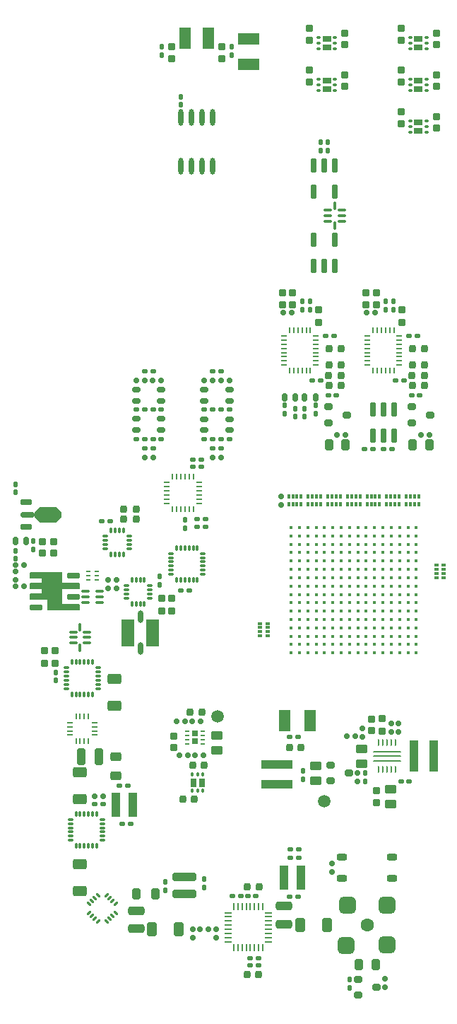
<source format=gtp>
G04*
G04 #@! TF.GenerationSoftware,Altium Limited,Altium Designer,21.7.2 (23)*
G04*
G04 Layer_Color=8421504*
%FSLAX43Y43*%
%MOMM*%
G71*
G04*
G04 #@! TF.SameCoordinates,9207B031-9538-4005-B85C-AF880B68FBDC*
G04*
G04*
G04 #@! TF.FilePolarity,Positive*
G04*
G01*
G75*
%ADD17R,0.800X0.700*%
%ADD18R,0.800X1.000*%
%ADD19R,1.000X0.800*%
G04:AMPARAMS|DCode=20|XSize=0.5mm|YSize=0.6mm|CornerRadius=0.125mm|HoleSize=0mm|Usage=FLASHONLY|Rotation=0.000|XOffset=0mm|YOffset=0mm|HoleType=Round|Shape=RoundedRectangle|*
%AMROUNDEDRECTD20*
21,1,0.500,0.350,0,0,0.0*
21,1,0.250,0.600,0,0,0.0*
1,1,0.250,0.125,-0.175*
1,1,0.250,-0.125,-0.175*
1,1,0.250,-0.125,0.175*
1,1,0.250,0.125,0.175*
%
%ADD20ROUNDEDRECTD20*%
G04:AMPARAMS|DCode=21|XSize=0.5mm|YSize=0.6mm|CornerRadius=0.125mm|HoleSize=0mm|Usage=FLASHONLY|Rotation=90.000|XOffset=0mm|YOffset=0mm|HoleType=Round|Shape=RoundedRectangle|*
%AMROUNDEDRECTD21*
21,1,0.500,0.350,0,0,90.0*
21,1,0.250,0.600,0,0,90.0*
1,1,0.250,0.175,0.125*
1,1,0.250,0.175,-0.125*
1,1,0.250,-0.175,-0.125*
1,1,0.250,-0.175,0.125*
%
%ADD21ROUNDEDRECTD21*%
%ADD22O,0.800X0.250*%
%ADD23O,0.250X0.800*%
%ADD24C,0.450*%
G04:AMPARAMS|DCode=25|XSize=0.25mm|YSize=0.8mm|CornerRadius=0.063mm|HoleSize=0mm|Usage=FLASHONLY|Rotation=0.000|XOffset=0mm|YOffset=0mm|HoleType=Round|Shape=RoundedRectangle|*
%AMROUNDEDRECTD25*
21,1,0.250,0.675,0,0,0.0*
21,1,0.125,0.800,0,0,0.0*
1,1,0.125,0.063,-0.338*
1,1,0.125,-0.063,-0.338*
1,1,0.125,-0.063,0.338*
1,1,0.125,0.063,0.338*
%
%ADD25ROUNDEDRECTD25*%
G04:AMPARAMS|DCode=26|XSize=0.25mm|YSize=3.4mm|CornerRadius=0.063mm|HoleSize=0mm|Usage=FLASHONLY|Rotation=90.000|XOffset=0mm|YOffset=0mm|HoleType=Round|Shape=RoundedRectangle|*
%AMROUNDEDRECTD26*
21,1,0.250,3.275,0,0,90.0*
21,1,0.125,3.400,0,0,90.0*
1,1,0.125,1.638,0.063*
1,1,0.125,1.638,-0.063*
1,1,0.125,-1.638,-0.063*
1,1,0.125,-1.638,0.063*
%
%ADD26ROUNDEDRECTD26*%
G04:AMPARAMS|DCode=27|XSize=0.61mm|YSize=0.6mm|CornerRadius=0.15mm|HoleSize=0mm|Usage=FLASHONLY|Rotation=180.000|XOffset=0mm|YOffset=0mm|HoleType=Round|Shape=RoundedRectangle|*
%AMROUNDEDRECTD27*
21,1,0.610,0.300,0,0,180.0*
21,1,0.310,0.600,0,0,180.0*
1,1,0.300,-0.155,0.150*
1,1,0.300,0.155,0.150*
1,1,0.300,0.155,-0.150*
1,1,0.300,-0.155,-0.150*
%
%ADD27ROUNDEDRECTD27*%
G04:AMPARAMS|DCode=28|XSize=0.8mm|YSize=1mm|CornerRadius=0.2mm|HoleSize=0mm|Usage=FLASHONLY|Rotation=90.000|XOffset=0mm|YOffset=0mm|HoleType=Round|Shape=RoundedRectangle|*
%AMROUNDEDRECTD28*
21,1,0.800,0.600,0,0,90.0*
21,1,0.400,1.000,0,0,90.0*
1,1,0.400,0.300,0.200*
1,1,0.400,0.300,-0.200*
1,1,0.400,-0.300,-0.200*
1,1,0.400,-0.300,0.200*
%
%ADD28ROUNDEDRECTD28*%
G04:AMPARAMS|DCode=29|XSize=0.61mm|YSize=0.6mm|CornerRadius=0.15mm|HoleSize=0mm|Usage=FLASHONLY|Rotation=90.000|XOffset=0mm|YOffset=0mm|HoleType=Round|Shape=RoundedRectangle|*
%AMROUNDEDRECTD29*
21,1,0.610,0.300,0,0,90.0*
21,1,0.310,0.600,0,0,90.0*
1,1,0.300,0.150,0.155*
1,1,0.300,0.150,-0.155*
1,1,0.300,-0.150,-0.155*
1,1,0.300,-0.150,0.155*
%
%ADD29ROUNDEDRECTD29*%
G04:AMPARAMS|DCode=30|XSize=0.9mm|YSize=0.8mm|CornerRadius=0.2mm|HoleSize=0mm|Usage=FLASHONLY|Rotation=90.000|XOffset=0mm|YOffset=0mm|HoleType=Round|Shape=RoundedRectangle|*
%AMROUNDEDRECTD30*
21,1,0.900,0.400,0,0,90.0*
21,1,0.500,0.800,0,0,90.0*
1,1,0.400,0.200,0.250*
1,1,0.400,0.200,-0.250*
1,1,0.400,-0.200,-0.250*
1,1,0.400,-0.200,0.250*
%
%ADD30ROUNDEDRECTD30*%
G04:AMPARAMS|DCode=31|XSize=0.9mm|YSize=0.8mm|CornerRadius=0.2mm|HoleSize=0mm|Usage=FLASHONLY|Rotation=0.000|XOffset=0mm|YOffset=0mm|HoleType=Round|Shape=RoundedRectangle|*
%AMROUNDEDRECTD31*
21,1,0.900,0.400,0,0,0.0*
21,1,0.500,0.800,0,0,0.0*
1,1,0.400,0.250,-0.200*
1,1,0.400,-0.250,-0.200*
1,1,0.400,-0.250,0.200*
1,1,0.400,0.250,0.200*
%
%ADD31ROUNDEDRECTD31*%
%ADD32O,0.700X0.250*%
%ADD33O,0.250X0.700*%
G04:AMPARAMS|DCode=34|XSize=1.05mm|YSize=1.3mm|CornerRadius=0.263mm|HoleSize=0mm|Usage=FLASHONLY|Rotation=180.000|XOffset=0mm|YOffset=0mm|HoleType=Round|Shape=RoundedRectangle|*
%AMROUNDEDRECTD34*
21,1,1.050,0.775,0,0,180.0*
21,1,0.525,1.300,0,0,180.0*
1,1,0.525,-0.263,0.388*
1,1,0.525,0.263,0.388*
1,1,0.525,0.263,-0.388*
1,1,0.525,-0.263,-0.388*
%
%ADD34ROUNDEDRECTD34*%
G04:AMPARAMS|DCode=35|XSize=0.76mm|YSize=1.65mm|CornerRadius=0.19mm|HoleSize=0mm|Usage=FLASHONLY|Rotation=0.000|XOffset=0mm|YOffset=0mm|HoleType=Round|Shape=RoundedRectangle|*
%AMROUNDEDRECTD35*
21,1,0.760,1.270,0,0,0.0*
21,1,0.380,1.650,0,0,0.0*
1,1,0.380,0.190,-0.635*
1,1,0.380,-0.190,-0.635*
1,1,0.380,-0.190,0.635*
1,1,0.380,0.190,0.635*
%
%ADD35ROUNDEDRECTD35*%
G04:AMPARAMS|DCode=36|XSize=0.8mm|YSize=1.2mm|CornerRadius=0.2mm|HoleSize=0mm|Usage=FLASHONLY|Rotation=270.000|XOffset=0mm|YOffset=0mm|HoleType=Round|Shape=RoundedRectangle|*
%AMROUNDEDRECTD36*
21,1,0.800,0.800,0,0,270.0*
21,1,0.400,1.200,0,0,270.0*
1,1,0.400,-0.400,-0.200*
1,1,0.400,-0.400,0.200*
1,1,0.400,0.400,0.200*
1,1,0.400,0.400,-0.200*
%
%ADD36ROUNDEDRECTD36*%
G04:AMPARAMS|DCode=37|XSize=1.4mm|YSize=1.1mm|CornerRadius=0.275mm|HoleSize=0mm|Usage=FLASHONLY|Rotation=0.000|XOffset=0mm|YOffset=0mm|HoleType=Round|Shape=RoundedRectangle|*
%AMROUNDEDRECTD37*
21,1,1.400,0.550,0,0,0.0*
21,1,0.850,1.100,0,0,0.0*
1,1,0.550,0.425,-0.275*
1,1,0.550,-0.425,-0.275*
1,1,0.550,-0.425,0.275*
1,1,0.550,0.425,0.275*
%
%ADD37ROUNDEDRECTD37*%
%ADD38R,0.980X3.700*%
%ADD39R,3.700X0.980*%
%ADD40R,1.400X2.600*%
G04:AMPARAMS|DCode=41|XSize=0.64mm|YSize=1.02mm|CornerRadius=0.16mm|HoleSize=0mm|Usage=FLASHONLY|Rotation=0.000|XOffset=0mm|YOffset=0mm|HoleType=Round|Shape=RoundedRectangle|*
%AMROUNDEDRECTD41*
21,1,0.640,0.700,0,0,0.0*
21,1,0.320,1.020,0,0,0.0*
1,1,0.320,0.160,-0.350*
1,1,0.320,-0.160,-0.350*
1,1,0.320,-0.160,0.350*
1,1,0.320,0.160,0.350*
%
%ADD41ROUNDEDRECTD41*%
G04:AMPARAMS|DCode=42|XSize=0.375mm|YSize=0.55mm|CornerRadius=0.094mm|HoleSize=0mm|Usage=FLASHONLY|Rotation=90.000|XOffset=0mm|YOffset=0mm|HoleType=Round|Shape=RoundedRectangle|*
%AMROUNDEDRECTD42*
21,1,0.375,0.363,0,0,90.0*
21,1,0.188,0.550,0,0,90.0*
1,1,0.188,0.181,0.094*
1,1,0.188,0.181,-0.094*
1,1,0.188,-0.181,-0.094*
1,1,0.188,-0.181,0.094*
%
%ADD42ROUNDEDRECTD42*%
G04:AMPARAMS|DCode=43|XSize=0.375mm|YSize=0.55mm|CornerRadius=0.094mm|HoleSize=0mm|Usage=FLASHONLY|Rotation=0.000|XOffset=0mm|YOffset=0mm|HoleType=Round|Shape=RoundedRectangle|*
%AMROUNDEDRECTD43*
21,1,0.375,0.363,0,0,0.0*
21,1,0.188,0.550,0,0,0.0*
1,1,0.188,0.094,-0.181*
1,1,0.188,-0.094,-0.181*
1,1,0.188,-0.094,0.181*
1,1,0.188,0.094,0.181*
%
%ADD43ROUNDEDRECTD43*%
%ADD44R,0.375X0.550*%
G04:AMPARAMS|DCode=45|XSize=0.64mm|YSize=1.02mm|CornerRadius=0.16mm|HoleSize=0mm|Usage=FLASHONLY|Rotation=270.000|XOffset=0mm|YOffset=0mm|HoleType=Round|Shape=RoundedRectangle|*
%AMROUNDEDRECTD45*
21,1,0.640,0.700,0,0,270.0*
21,1,0.320,1.020,0,0,270.0*
1,1,0.320,-0.350,-0.160*
1,1,0.320,-0.350,0.160*
1,1,0.320,0.350,0.160*
1,1,0.320,0.350,-0.160*
%
%ADD45ROUNDEDRECTD45*%
G04:AMPARAMS|DCode=46|XSize=0.6mm|YSize=1.7mm|CornerRadius=0.15mm|HoleSize=0mm|Usage=FLASHONLY|Rotation=90.000|XOffset=0mm|YOffset=0mm|HoleType=Round|Shape=RoundedRectangle|*
%AMROUNDEDRECTD46*
21,1,0.600,1.400,0,0,90.0*
21,1,0.300,1.700,0,0,90.0*
1,1,0.300,0.700,0.150*
1,1,0.300,0.700,-0.150*
1,1,0.300,-0.700,-0.150*
1,1,0.300,-0.700,0.150*
%
%ADD46ROUNDEDRECTD46*%
G04:AMPARAMS|DCode=47|XSize=0.6mm|YSize=1.4mm|CornerRadius=0.15mm|HoleSize=0mm|Usage=FLASHONLY|Rotation=90.000|XOffset=0mm|YOffset=0mm|HoleType=Round|Shape=RoundedRectangle|*
%AMROUNDEDRECTD47*
21,1,0.600,1.100,0,0,90.0*
21,1,0.300,1.400,0,0,90.0*
1,1,0.300,0.550,0.150*
1,1,0.300,0.550,-0.150*
1,1,0.300,-0.550,-0.150*
1,1,0.300,-0.550,0.150*
%
%ADD47ROUNDEDRECTD47*%
%ADD48R,1.520X0.760*%
G04:AMPARAMS|DCode=49|XSize=0.76mm|YSize=1.52mm|CornerRadius=0.19mm|HoleSize=0mm|Usage=FLASHONLY|Rotation=270.000|XOffset=0mm|YOffset=0mm|HoleType=Round|Shape=RoundedRectangle|*
%AMROUNDEDRECTD49*
21,1,0.760,1.140,0,0,270.0*
21,1,0.380,1.520,0,0,270.0*
1,1,0.380,-0.570,-0.190*
1,1,0.380,-0.570,0.190*
1,1,0.380,0.570,0.190*
1,1,0.380,0.570,-0.190*
%
%ADD49ROUNDEDRECTD49*%
%ADD50O,0.700X0.300*%
%ADD51O,0.300X0.700*%
%ADD52O,0.700X1.500*%
%ADD53R,1.500X3.250*%
G04:AMPARAMS|DCode=54|XSize=0.25mm|YSize=0.56mm|CornerRadius=0.063mm|HoleSize=0mm|Usage=FLASHONLY|Rotation=270.000|XOffset=0mm|YOffset=0mm|HoleType=Round|Shape=RoundedRectangle|*
%AMROUNDEDRECTD54*
21,1,0.250,0.435,0,0,270.0*
21,1,0.125,0.560,0,0,270.0*
1,1,0.125,-0.217,-0.063*
1,1,0.125,-0.217,0.063*
1,1,0.125,0.217,0.063*
1,1,0.125,0.217,-0.063*
%
%ADD54ROUNDEDRECTD54*%
%ADD55O,0.360X0.990*%
%ADD56O,0.990X0.360*%
G04:AMPARAMS|DCode=57|XSize=1.25mm|YSize=1.7mm|CornerRadius=0.313mm|HoleSize=0mm|Usage=FLASHONLY|Rotation=90.000|XOffset=0mm|YOffset=0mm|HoleType=Round|Shape=RoundedRectangle|*
%AMROUNDEDRECTD57*
21,1,1.250,1.075,0,0,90.0*
21,1,0.625,1.700,0,0,90.0*
1,1,0.625,0.538,0.313*
1,1,0.625,0.538,-0.313*
1,1,0.625,-0.538,-0.313*
1,1,0.625,-0.538,0.313*
%
%ADD57ROUNDEDRECTD57*%
%ADD58O,0.250X0.750*%
%ADD59O,0.750X0.250*%
G04:AMPARAMS|DCode=60|XSize=1.02mm|YSize=1.98mm|CornerRadius=0.255mm|HoleSize=0mm|Usage=FLASHONLY|Rotation=0.000|XOffset=0mm|YOffset=0mm|HoleType=Round|Shape=RoundedRectangle|*
%AMROUNDEDRECTD60*
21,1,1.020,1.470,0,0,0.0*
21,1,0.510,1.980,0,0,0.0*
1,1,0.510,0.255,-0.735*
1,1,0.510,-0.255,-0.735*
1,1,0.510,-0.255,0.735*
1,1,0.510,0.255,0.735*
%
%ADD60ROUNDEDRECTD60*%
G04:AMPARAMS|DCode=61|XSize=1.05mm|YSize=1.3mm|CornerRadius=0.263mm|HoleSize=0mm|Usage=FLASHONLY|Rotation=270.000|XOffset=0mm|YOffset=0mm|HoleType=Round|Shape=RoundedRectangle|*
%AMROUNDEDRECTD61*
21,1,1.050,0.775,0,0,270.0*
21,1,0.525,1.300,0,0,270.0*
1,1,0.525,-0.388,-0.263*
1,1,0.525,-0.388,0.263*
1,1,0.525,0.388,0.263*
1,1,0.525,0.388,-0.263*
%
%ADD61ROUNDEDRECTD61*%
G04:AMPARAMS|DCode=62|XSize=0.25mm|YSize=0.75mm|CornerRadius=0mm|HoleSize=0mm|Usage=FLASHONLY|Rotation=45.000|XOffset=0mm|YOffset=0mm|HoleType=Round|Shape=Round|*
%AMOVALD62*
21,1,0.500,0.250,0.000,0.000,135.0*
1,1,0.250,0.177,-0.177*
1,1,0.250,-0.177,0.177*
%
%ADD62OVALD62*%

G04:AMPARAMS|DCode=63|XSize=0.25mm|YSize=0.75mm|CornerRadius=0mm|HoleSize=0mm|Usage=FLASHONLY|Rotation=315.000|XOffset=0mm|YOffset=0mm|HoleType=Round|Shape=Round|*
%AMOVALD63*
21,1,0.500,0.250,0.000,0.000,45.0*
1,1,0.250,-0.177,-0.177*
1,1,0.250,0.177,0.177*
%
%ADD63OVALD63*%

G04:AMPARAMS|DCode=64|XSize=1.02mm|YSize=1.98mm|CornerRadius=0.255mm|HoleSize=0mm|Usage=FLASHONLY|Rotation=90.000|XOffset=0mm|YOffset=0mm|HoleType=Round|Shape=RoundedRectangle|*
%AMROUNDEDRECTD64*
21,1,1.020,1.470,0,0,90.0*
21,1,0.510,1.980,0,0,90.0*
1,1,0.510,0.735,0.255*
1,1,0.510,0.735,-0.255*
1,1,0.510,-0.735,-0.255*
1,1,0.510,-0.735,0.255*
%
%ADD64ROUNDEDRECTD64*%
G04:AMPARAMS|DCode=65|XSize=1.25mm|YSize=1.7mm|CornerRadius=0.313mm|HoleSize=0mm|Usage=FLASHONLY|Rotation=180.000|XOffset=0mm|YOffset=0mm|HoleType=Round|Shape=RoundedRectangle|*
%AMROUNDEDRECTD65*
21,1,1.250,1.075,0,0,180.0*
21,1,0.625,1.700,0,0,180.0*
1,1,0.625,-0.313,0.538*
1,1,0.625,0.313,0.538*
1,1,0.625,0.313,-0.538*
1,1,0.625,-0.313,-0.538*
%
%ADD65ROUNDEDRECTD65*%
G04:AMPARAMS|DCode=66|XSize=1mm|YSize=2.9mm|CornerRadius=0.25mm|HoleSize=0mm|Usage=FLASHONLY|Rotation=270.000|XOffset=0mm|YOffset=0mm|HoleType=Round|Shape=RoundedRectangle|*
%AMROUNDEDRECTD66*
21,1,1.000,2.400,0,0,270.0*
21,1,0.500,2.900,0,0,270.0*
1,1,0.500,-1.200,-0.250*
1,1,0.500,-1.200,0.250*
1,1,0.500,1.200,0.250*
1,1,0.500,1.200,-0.250*
%
%ADD66ROUNDEDRECTD66*%
%ADD67O,0.900X0.250*%
%ADD68O,0.250X0.900*%
%ADD69C,1.500*%
G04:AMPARAMS|DCode=70|XSize=2mm|YSize=2mm|CornerRadius=0.5mm|HoleSize=0mm|Usage=FLASHONLY|Rotation=180.000|XOffset=0mm|YOffset=0mm|HoleType=Round|Shape=RoundedRectangle|*
%AMROUNDEDRECTD70*
21,1,2.000,1.000,0,0,180.0*
21,1,1.000,2.000,0,0,180.0*
1,1,1.000,-0.500,0.500*
1,1,1.000,0.500,0.500*
1,1,1.000,0.500,-0.500*
1,1,1.000,-0.500,-0.500*
%
%ADD70ROUNDEDRECTD70*%
%ADD71C,1.600*%
%ADD72R,1.000X2.900*%
G04:AMPARAMS|DCode=73|XSize=0.5mm|YSize=0.25mm|CornerRadius=0.031mm|HoleSize=0mm|Usage=FLASHONLY|Rotation=180.000|XOffset=0mm|YOffset=0mm|HoleType=Round|Shape=RoundedRectangle|*
%AMROUNDEDRECTD73*
21,1,0.500,0.188,0,0,180.0*
21,1,0.438,0.250,0,0,180.0*
1,1,0.063,-0.219,0.094*
1,1,0.063,0.219,0.094*
1,1,0.063,0.219,-0.094*
1,1,0.063,-0.219,-0.094*
%
%ADD73ROUNDEDRECTD73*%
G04:AMPARAMS|DCode=74|XSize=0.45mm|YSize=0.3mm|CornerRadius=0.038mm|HoleSize=0mm|Usage=FLASHONLY|Rotation=270.000|XOffset=0mm|YOffset=0mm|HoleType=Round|Shape=RoundedRectangle|*
%AMROUNDEDRECTD74*
21,1,0.450,0.225,0,0,270.0*
21,1,0.375,0.300,0,0,270.0*
1,1,0.075,-0.113,-0.188*
1,1,0.075,-0.113,0.188*
1,1,0.075,0.113,0.188*
1,1,0.075,0.113,-0.188*
%
%ADD74ROUNDEDRECTD74*%
G04:AMPARAMS|DCode=75|XSize=0.36mm|YSize=0.99mm|CornerRadius=0.09mm|HoleSize=0mm|Usage=FLASHONLY|Rotation=270.000|XOffset=0mm|YOffset=0mm|HoleType=Round|Shape=RoundedRectangle|*
%AMROUNDEDRECTD75*
21,1,0.360,0.810,0,0,270.0*
21,1,0.180,0.990,0,0,270.0*
1,1,0.180,-0.405,-0.090*
1,1,0.180,-0.405,0.090*
1,1,0.180,0.405,0.090*
1,1,0.180,0.405,-0.090*
%
%ADD75ROUNDEDRECTD75*%
%ADD76O,0.600X2.000*%
G04:AMPARAMS|DCode=77|XSize=0.45mm|YSize=0.3mm|CornerRadius=0.038mm|HoleSize=0mm|Usage=FLASHONLY|Rotation=180.000|XOffset=0mm|YOffset=0mm|HoleType=Round|Shape=RoundedRectangle|*
%AMROUNDEDRECTD77*
21,1,0.450,0.225,0,0,180.0*
21,1,0.375,0.300,0,0,180.0*
1,1,0.075,-0.188,0.113*
1,1,0.075,0.188,0.113*
1,1,0.075,0.188,-0.113*
1,1,0.075,-0.188,-0.113*
%
%ADD77ROUNDEDRECTD77*%
%ADD78R,2.600X1.400*%
G36*
X138789Y105366D02*
X140821D01*
Y104604D01*
X138789D01*
Y102826D01*
X140821D01*
Y102064D01*
X137011D01*
Y103334D01*
X134979D01*
Y104096D01*
X136376D01*
Y104604D01*
X134979D01*
Y105366D01*
X136376D01*
Y105874D01*
X134979D01*
Y106636D01*
X138789D01*
Y105366D01*
D02*
G37*
G36*
X138061Y114500D02*
X138711Y113850D01*
Y113250D01*
X138061Y112600D01*
X136161D01*
X135511Y113250D01*
Y113850D01*
X136161Y114500D01*
X138061Y114500D01*
D02*
G37*
D17*
X154725Y87325D02*
D03*
X154725Y86425D02*
D03*
D18*
X154525Y81475D02*
D03*
X155525Y81475D02*
D03*
D19*
X170500Y165500D02*
D03*
X170500Y164500D02*
D03*
X170500Y170500D02*
D03*
X170500Y169500D02*
D03*
X181500Y169500D02*
D03*
X181500Y170500D02*
D03*
X181500Y165500D02*
D03*
X181500Y164500D02*
D03*
X181500Y160500D02*
D03*
X181500Y159500D02*
D03*
D20*
X153500Y111925D02*
D03*
Y112925D02*
D03*
X168500Y139100D02*
D03*
Y138100D02*
D03*
X167550Y139100D02*
D03*
Y138100D02*
D03*
X178500D02*
D03*
Y139100D02*
D03*
X175075Y81625D02*
D03*
Y82625D02*
D03*
X167700Y82900D02*
D03*
Y81900D02*
D03*
X177550Y138100D02*
D03*
Y139100D02*
D03*
X169150Y126675D02*
D03*
Y125675D02*
D03*
X165450D02*
D03*
Y126675D02*
D03*
X167849Y126262D02*
D03*
Y125262D02*
D03*
X166749D02*
D03*
Y126262D02*
D03*
X133200Y108250D02*
D03*
Y109250D02*
D03*
X133200Y116200D02*
D03*
Y117200D02*
D03*
X135331Y110354D02*
D03*
Y109354D02*
D03*
X150450Y105175D02*
D03*
Y106175D02*
D03*
X138000Y93675D02*
D03*
Y94675D02*
D03*
X151175Y68550D02*
D03*
Y69550D02*
D03*
X155775Y69925D02*
D03*
Y68925D02*
D03*
X173250Y56925D02*
D03*
Y57925D02*
D03*
X153000Y163600D02*
D03*
Y162600D02*
D03*
X159100Y168550D02*
D03*
Y169550D02*
D03*
X150700D02*
D03*
Y168550D02*
D03*
X169759Y157125D02*
D03*
Y158125D02*
D03*
X170609Y157125D02*
D03*
Y158125D02*
D03*
D21*
X154450Y119300D02*
D03*
X155450D02*
D03*
X154450Y120100D02*
D03*
X155450D02*
D03*
X154950Y113000D02*
D03*
X155950D02*
D03*
X154950Y112100D02*
D03*
X155950D02*
D03*
X170675Y127825D02*
D03*
X171675D02*
D03*
X171350Y134950D02*
D03*
X170350D02*
D03*
X169750Y129600D02*
D03*
X168750D02*
D03*
X181350Y134950D02*
D03*
X180350D02*
D03*
X178750Y129600D02*
D03*
X179750D02*
D03*
X179400Y81625D02*
D03*
X180400D02*
D03*
X167050Y86900D02*
D03*
X166050D02*
D03*
X181675Y127825D02*
D03*
X180675D02*
D03*
X177300Y121375D02*
D03*
X178300D02*
D03*
X157825Y130750D02*
D03*
X156825D02*
D03*
X157825Y126100D02*
D03*
X158825D02*
D03*
X156825D02*
D03*
X155825D02*
D03*
X158825Y122581D02*
D03*
X157825D02*
D03*
X155825D02*
D03*
X156825D02*
D03*
X157825Y121466D02*
D03*
X156825D02*
D03*
X149675Y130750D02*
D03*
X148675D02*
D03*
X149675Y126100D02*
D03*
X150675D02*
D03*
X148675D02*
D03*
X147675D02*
D03*
X148675Y121500D02*
D03*
X149675D02*
D03*
X147675Y122600D02*
D03*
X148675D02*
D03*
X149675D02*
D03*
X150675D02*
D03*
X144525Y112750D02*
D03*
X143525D02*
D03*
X153000Y104500D02*
D03*
X154000D02*
D03*
X143700Y78905D02*
D03*
X142700D02*
D03*
X162025Y67925D02*
D03*
X161025D02*
D03*
X160175D02*
D03*
X159175D02*
D03*
X166150Y73475D02*
D03*
X167150D02*
D03*
X167050Y67800D02*
D03*
X166050D02*
D03*
X146650Y81100D02*
D03*
X145650D02*
D03*
X147000Y76500D02*
D03*
X146000D02*
D03*
X161350Y60450D02*
D03*
X162350D02*
D03*
Y59575D02*
D03*
X161350D02*
D03*
X166150Y72425D02*
D03*
X167150D02*
D03*
X175025Y121375D02*
D03*
X176025D02*
D03*
D22*
X155200Y117400D02*
D03*
Y116900D02*
D03*
Y116400D02*
D03*
Y115900D02*
D03*
Y115400D02*
D03*
Y114900D02*
D03*
X151300D02*
D03*
Y115400D02*
D03*
Y115900D02*
D03*
Y116400D02*
D03*
Y116900D02*
D03*
Y117400D02*
D03*
D23*
X154500Y114200D02*
D03*
X154000D02*
D03*
X153500D02*
D03*
X153000D02*
D03*
X152500D02*
D03*
X152000D02*
D03*
Y118100D02*
D03*
X152500D02*
D03*
X153000D02*
D03*
X153500D02*
D03*
X154000D02*
D03*
X154500D02*
D03*
D24*
X181240Y112000D02*
D03*
Y111000D02*
D03*
Y110000D02*
D03*
Y109000D02*
D03*
Y108000D02*
D03*
Y107000D02*
D03*
Y106000D02*
D03*
Y105000D02*
D03*
Y104000D02*
D03*
Y103000D02*
D03*
Y102000D02*
D03*
Y101000D02*
D03*
Y100000D02*
D03*
Y99000D02*
D03*
Y98000D02*
D03*
Y97000D02*
D03*
X180240Y112000D02*
D03*
Y111000D02*
D03*
Y110000D02*
D03*
Y109000D02*
D03*
Y108000D02*
D03*
Y107000D02*
D03*
Y106000D02*
D03*
Y105000D02*
D03*
Y104000D02*
D03*
Y103000D02*
D03*
Y102000D02*
D03*
Y101000D02*
D03*
Y100000D02*
D03*
Y99000D02*
D03*
Y98000D02*
D03*
Y97000D02*
D03*
X179240Y112000D02*
D03*
Y111000D02*
D03*
Y110000D02*
D03*
Y109000D02*
D03*
Y108000D02*
D03*
Y107000D02*
D03*
Y106000D02*
D03*
Y105000D02*
D03*
Y104000D02*
D03*
Y103000D02*
D03*
Y102000D02*
D03*
Y101000D02*
D03*
Y100000D02*
D03*
Y99000D02*
D03*
Y98000D02*
D03*
Y97000D02*
D03*
X178240Y112000D02*
D03*
Y111000D02*
D03*
Y110000D02*
D03*
Y109000D02*
D03*
Y108000D02*
D03*
Y107000D02*
D03*
Y106000D02*
D03*
Y105000D02*
D03*
Y104000D02*
D03*
Y103000D02*
D03*
Y102000D02*
D03*
Y101000D02*
D03*
Y100000D02*
D03*
Y99000D02*
D03*
Y98000D02*
D03*
Y97000D02*
D03*
X177240Y112000D02*
D03*
Y111000D02*
D03*
Y110000D02*
D03*
Y109000D02*
D03*
Y108000D02*
D03*
Y107000D02*
D03*
Y106000D02*
D03*
Y105000D02*
D03*
Y104000D02*
D03*
Y103000D02*
D03*
Y102000D02*
D03*
Y101000D02*
D03*
Y100000D02*
D03*
Y99000D02*
D03*
Y98000D02*
D03*
Y97000D02*
D03*
X176240Y112000D02*
D03*
Y111000D02*
D03*
Y110000D02*
D03*
Y109000D02*
D03*
Y108000D02*
D03*
Y107000D02*
D03*
Y106000D02*
D03*
Y105000D02*
D03*
Y104000D02*
D03*
Y103000D02*
D03*
Y102000D02*
D03*
Y101000D02*
D03*
Y100000D02*
D03*
Y99000D02*
D03*
Y98000D02*
D03*
Y97000D02*
D03*
X175240Y112000D02*
D03*
Y111000D02*
D03*
Y110000D02*
D03*
Y109000D02*
D03*
Y108000D02*
D03*
Y107000D02*
D03*
Y106000D02*
D03*
Y105000D02*
D03*
Y104000D02*
D03*
Y103000D02*
D03*
Y102000D02*
D03*
Y101000D02*
D03*
Y100000D02*
D03*
Y99000D02*
D03*
Y98000D02*
D03*
Y97000D02*
D03*
X174240Y112000D02*
D03*
Y111000D02*
D03*
Y110000D02*
D03*
Y109000D02*
D03*
Y108000D02*
D03*
Y107000D02*
D03*
Y106000D02*
D03*
Y105000D02*
D03*
Y104000D02*
D03*
Y103000D02*
D03*
Y102000D02*
D03*
Y101000D02*
D03*
Y100000D02*
D03*
Y99000D02*
D03*
Y98000D02*
D03*
Y97000D02*
D03*
X173240Y112000D02*
D03*
Y111000D02*
D03*
Y110000D02*
D03*
Y109000D02*
D03*
Y108000D02*
D03*
Y107000D02*
D03*
Y106000D02*
D03*
Y105000D02*
D03*
Y104000D02*
D03*
Y103000D02*
D03*
Y102000D02*
D03*
Y101000D02*
D03*
Y100000D02*
D03*
Y99000D02*
D03*
Y98000D02*
D03*
Y97000D02*
D03*
X172240Y112000D02*
D03*
Y111000D02*
D03*
Y110000D02*
D03*
Y109000D02*
D03*
Y108000D02*
D03*
Y107000D02*
D03*
Y106000D02*
D03*
Y105000D02*
D03*
Y104000D02*
D03*
Y103000D02*
D03*
Y102000D02*
D03*
Y101000D02*
D03*
Y100000D02*
D03*
Y99000D02*
D03*
Y98000D02*
D03*
Y97000D02*
D03*
X171240Y112000D02*
D03*
Y111000D02*
D03*
Y110000D02*
D03*
Y109000D02*
D03*
Y108000D02*
D03*
Y107000D02*
D03*
Y106000D02*
D03*
Y105000D02*
D03*
Y104000D02*
D03*
Y103000D02*
D03*
Y102000D02*
D03*
Y101000D02*
D03*
Y100000D02*
D03*
Y99000D02*
D03*
Y98000D02*
D03*
Y97000D02*
D03*
X170240Y112000D02*
D03*
Y111000D02*
D03*
Y110000D02*
D03*
Y109000D02*
D03*
Y108000D02*
D03*
Y107000D02*
D03*
Y106000D02*
D03*
Y105000D02*
D03*
Y104000D02*
D03*
Y103000D02*
D03*
Y102000D02*
D03*
Y101000D02*
D03*
Y100000D02*
D03*
Y99000D02*
D03*
Y98000D02*
D03*
Y97000D02*
D03*
X169240Y112000D02*
D03*
Y111000D02*
D03*
Y110000D02*
D03*
Y109000D02*
D03*
Y108000D02*
D03*
Y107000D02*
D03*
Y106000D02*
D03*
Y105000D02*
D03*
Y104000D02*
D03*
Y103000D02*
D03*
Y102000D02*
D03*
Y101000D02*
D03*
Y100000D02*
D03*
Y99000D02*
D03*
Y98000D02*
D03*
Y97000D02*
D03*
X168240Y112000D02*
D03*
Y111000D02*
D03*
Y110000D02*
D03*
Y109000D02*
D03*
Y108000D02*
D03*
Y107000D02*
D03*
Y106000D02*
D03*
Y105000D02*
D03*
Y104000D02*
D03*
Y103000D02*
D03*
Y102000D02*
D03*
Y101000D02*
D03*
Y100000D02*
D03*
Y99000D02*
D03*
Y98000D02*
D03*
Y97000D02*
D03*
X167240Y112000D02*
D03*
Y111000D02*
D03*
Y110000D02*
D03*
Y109000D02*
D03*
Y108000D02*
D03*
Y107000D02*
D03*
Y106000D02*
D03*
Y105000D02*
D03*
Y104000D02*
D03*
Y103000D02*
D03*
Y102000D02*
D03*
Y101000D02*
D03*
Y100000D02*
D03*
Y99000D02*
D03*
Y98000D02*
D03*
Y97000D02*
D03*
X166240Y112000D02*
D03*
Y111000D02*
D03*
Y110000D02*
D03*
Y109000D02*
D03*
Y108000D02*
D03*
Y107000D02*
D03*
Y106000D02*
D03*
Y105000D02*
D03*
Y104000D02*
D03*
Y103000D02*
D03*
Y102000D02*
D03*
Y101000D02*
D03*
Y100000D02*
D03*
Y99000D02*
D03*
Y98000D02*
D03*
Y97000D02*
D03*
D25*
X178725Y83025D02*
D03*
X178225D02*
D03*
X177725D02*
D03*
X177225D02*
D03*
X176725D02*
D03*
Y86225D02*
D03*
X177225D02*
D03*
X177725D02*
D03*
X178225D02*
D03*
X178725D02*
D03*
D26*
X177725Y84075D02*
D03*
Y84625D02*
D03*
Y85175D02*
D03*
D27*
X177450Y56972D02*
D03*
Y57988D02*
D03*
X171125Y71808D02*
D03*
Y70792D02*
D03*
X174171Y82629D02*
D03*
Y81613D02*
D03*
X174800Y86967D02*
D03*
Y87983D02*
D03*
X178225Y87517D02*
D03*
Y88533D02*
D03*
X179125Y87517D02*
D03*
Y88533D02*
D03*
X133200Y106758D02*
D03*
Y105742D02*
D03*
X157225Y62884D02*
D03*
Y63900D02*
D03*
X154425Y62884D02*
D03*
Y63900D02*
D03*
X165050Y114742D02*
D03*
Y115758D02*
D03*
D28*
X172875Y125500D02*
D03*
X170675Y124550D02*
D03*
Y126450D02*
D03*
X170927Y83577D02*
D03*
Y81677D02*
D03*
X173127Y82627D02*
D03*
X182875Y125500D02*
D03*
X180675Y124550D02*
D03*
Y126450D02*
D03*
X174250Y57925D02*
D03*
Y56025D02*
D03*
X176450Y56975D02*
D03*
D29*
X172783Y123125D02*
D03*
X171767D02*
D03*
X166309Y137762D02*
D03*
X165293D02*
D03*
X175293D02*
D03*
X176309D02*
D03*
X172942Y87000D02*
D03*
X173958D02*
D03*
X181767Y123125D02*
D03*
X182783D02*
D03*
X157817Y129650D02*
D03*
X158833D02*
D03*
X155817D02*
D03*
X156833D02*
D03*
X134208Y107500D02*
D03*
X133192D02*
D03*
X134208Y105000D02*
D03*
X133192Y105000D02*
D03*
X150683Y129650D02*
D03*
X149667D02*
D03*
X148683D02*
D03*
X147667D02*
D03*
X149683Y120350D02*
D03*
X148667D02*
D03*
X157833Y120350D02*
D03*
X156817D02*
D03*
X145300Y105750D02*
D03*
X144284D02*
D03*
X142692Y79800D02*
D03*
X143708D02*
D03*
X156333Y63900D02*
D03*
X155317D02*
D03*
X155408Y88775D02*
D03*
X154392D02*
D03*
X152467Y88775D02*
D03*
X153483D02*
D03*
X152867Y84725D02*
D03*
X153883D02*
D03*
X145308Y104750D02*
D03*
X144292D02*
D03*
X155708Y84725D02*
D03*
X154692D02*
D03*
D30*
X172199Y128987D02*
D03*
X170799D02*
D03*
X172261Y130212D02*
D03*
X170737D02*
D03*
X170799Y131437D02*
D03*
X172199D02*
D03*
X170799Y133462D02*
D03*
X172199D02*
D03*
X167450Y85700D02*
D03*
X166050D02*
D03*
X180799Y133462D02*
D03*
X182199D02*
D03*
X180799Y131437D02*
D03*
X182199D02*
D03*
X182261Y130212D02*
D03*
X180737D02*
D03*
X182199Y128987D02*
D03*
X180799D02*
D03*
X147687Y114225D02*
D03*
X146163D02*
D03*
Y113000D02*
D03*
X147687D02*
D03*
X162400Y69000D02*
D03*
X161000D02*
D03*
X155525Y89925D02*
D03*
X154125D02*
D03*
X153250Y79500D02*
D03*
X154650D02*
D03*
X155825Y83575D02*
D03*
X154425D02*
D03*
X160950Y58525D02*
D03*
X162350D02*
D03*
D31*
X169550Y136588D02*
D03*
Y138112D02*
D03*
X166432Y140113D02*
D03*
Y138713D02*
D03*
X165182Y140113D02*
D03*
Y138713D02*
D03*
X175186Y138713D02*
D03*
Y140113D02*
D03*
X137800Y110350D02*
D03*
Y108950D02*
D03*
X176432Y140113D02*
D03*
Y138713D02*
D03*
X177150Y87613D02*
D03*
Y89137D02*
D03*
X175902Y87677D02*
D03*
Y89077D02*
D03*
X176500Y79075D02*
D03*
Y80475D02*
D03*
X179550Y138112D02*
D03*
Y136588D02*
D03*
X136450Y108950D02*
D03*
Y110350D02*
D03*
X151925Y102013D02*
D03*
Y103537D02*
D03*
X150700D02*
D03*
Y102013D02*
D03*
X137950Y95713D02*
D03*
Y97237D02*
D03*
X136650D02*
D03*
Y95713D02*
D03*
X152175Y87050D02*
D03*
Y85650D02*
D03*
X157900Y168150D02*
D03*
Y169550D02*
D03*
X151899Y168145D02*
D03*
Y169545D02*
D03*
X168450Y166750D02*
D03*
Y165350D02*
D03*
X172650Y166200D02*
D03*
Y164800D02*
D03*
X168450Y171750D02*
D03*
Y170350D02*
D03*
X172650Y171200D02*
D03*
Y169800D02*
D03*
X183650Y171200D02*
D03*
Y169800D02*
D03*
X179450Y171750D02*
D03*
Y170350D02*
D03*
X183650Y166200D02*
D03*
Y164800D02*
D03*
X179450Y166750D02*
D03*
Y165350D02*
D03*
X183650Y161200D02*
D03*
Y159800D02*
D03*
X179450Y161750D02*
D03*
Y160350D02*
D03*
D32*
X165400Y134950D02*
D03*
Y134450D02*
D03*
Y133950D02*
D03*
Y133450D02*
D03*
Y132950D02*
D03*
Y132450D02*
D03*
Y131950D02*
D03*
Y131450D02*
D03*
X169200D02*
D03*
Y131950D02*
D03*
Y132450D02*
D03*
Y132950D02*
D03*
Y133450D02*
D03*
Y133950D02*
D03*
Y134450D02*
D03*
Y134950D02*
D03*
X175400D02*
D03*
Y134450D02*
D03*
Y133950D02*
D03*
Y133450D02*
D03*
Y132950D02*
D03*
Y132450D02*
D03*
Y131950D02*
D03*
Y131450D02*
D03*
X179200D02*
D03*
Y131950D02*
D03*
Y132450D02*
D03*
Y132950D02*
D03*
Y133450D02*
D03*
Y133950D02*
D03*
Y134450D02*
D03*
Y134950D02*
D03*
D33*
X166050Y130800D02*
D03*
X166550D02*
D03*
X167050D02*
D03*
X167550D02*
D03*
X168050D02*
D03*
X168550D02*
D03*
Y135600D02*
D03*
X168050D02*
D03*
X167550D02*
D03*
X167050D02*
D03*
X166550D02*
D03*
X166050D02*
D03*
X176050Y130800D02*
D03*
X176550D02*
D03*
X177050D02*
D03*
X177550D02*
D03*
X178050D02*
D03*
X178550D02*
D03*
Y135600D02*
D03*
X178050D02*
D03*
X177550D02*
D03*
X177050D02*
D03*
X176550D02*
D03*
X176050D02*
D03*
D34*
X172785Y121950D02*
D03*
X170765D02*
D03*
X176360Y59700D02*
D03*
X174340D02*
D03*
X182785Y121950D02*
D03*
X180765D02*
D03*
X147675Y68170D02*
D03*
X149975D02*
D03*
D35*
X171454Y146490D02*
D03*
X168914D02*
D03*
Y143310D02*
D03*
X170184D02*
D03*
X171454D02*
D03*
X176030Y122995D02*
D03*
X177300D02*
D03*
Y126175D02*
D03*
X178570D02*
D03*
X176030D02*
D03*
X178570Y122995D02*
D03*
X168914Y155365D02*
D03*
X170184D02*
D03*
X171454D02*
D03*
Y152185D02*
D03*
X168914D02*
D03*
D36*
X172340Y72570D02*
D03*
Y70030D02*
D03*
X178340D02*
D03*
Y72570D02*
D03*
D37*
X174700Y83711D02*
D03*
Y85489D02*
D03*
X178200Y78861D02*
D03*
Y80639D02*
D03*
X169200Y81661D02*
D03*
Y83439D02*
D03*
X157375Y85361D02*
D03*
Y87139D02*
D03*
D38*
X183335Y84650D02*
D03*
X180965D02*
D03*
D39*
X164550Y81265D02*
D03*
Y83635D02*
D03*
D40*
X168474Y88900D02*
D03*
X165426D02*
D03*
X156299Y170550D02*
D03*
X153505D02*
D03*
D41*
X169149Y127562D02*
D03*
X167849D02*
D03*
X165449Y127562D02*
D03*
X166749D02*
D03*
X134481Y110354D02*
D03*
X133181Y110354D02*
D03*
D42*
X162540Y100525D02*
D03*
X163440D02*
D03*
X162540Y100025D02*
D03*
X163440D02*
D03*
X162540Y99025D02*
D03*
X163440D02*
D03*
X162540Y99525D02*
D03*
X163440D02*
D03*
X184540Y106000D02*
D03*
X183640D02*
D03*
X184540Y106500D02*
D03*
X183640D02*
D03*
X184540Y107500D02*
D03*
X183640D02*
D03*
X184540Y107000D02*
D03*
X183640D02*
D03*
D43*
X180540Y114800D02*
D03*
Y115700D02*
D03*
X180040Y114800D02*
D03*
Y115700D02*
D03*
X181040Y114800D02*
D03*
Y115700D02*
D03*
X181540Y114800D02*
D03*
Y115700D02*
D03*
X174490Y115700D02*
D03*
Y114800D02*
D03*
X173990Y115700D02*
D03*
Y114800D02*
D03*
X172990Y115700D02*
D03*
Y114800D02*
D03*
X173490Y115700D02*
D03*
Y114800D02*
D03*
X167440Y115700D02*
D03*
Y114800D02*
D03*
X166940Y115700D02*
D03*
Y114800D02*
D03*
X165940Y115700D02*
D03*
Y114800D02*
D03*
X166440Y115700D02*
D03*
Y114800D02*
D03*
X172140Y115700D02*
D03*
Y114800D02*
D03*
X171640Y115700D02*
D03*
Y114800D02*
D03*
X170640Y115700D02*
D03*
Y114800D02*
D03*
X171140Y115700D02*
D03*
Y114800D02*
D03*
X169790Y115700D02*
D03*
Y114800D02*
D03*
X169290Y115700D02*
D03*
Y114800D02*
D03*
X168290Y115700D02*
D03*
Y114800D02*
D03*
X168790Y115700D02*
D03*
Y114800D02*
D03*
X175840D02*
D03*
Y115700D02*
D03*
X175340Y114800D02*
D03*
Y115700D02*
D03*
X176340Y114800D02*
D03*
Y115700D02*
D03*
X176840Y114800D02*
D03*
Y115700D02*
D03*
D44*
X179190D02*
D03*
Y114800D02*
D03*
X178690Y115700D02*
D03*
Y114800D02*
D03*
X177690Y115700D02*
D03*
Y114800D02*
D03*
X178190Y115700D02*
D03*
Y114800D02*
D03*
D45*
X158825Y128500D02*
D03*
Y127200D02*
D03*
X155825Y128500D02*
D03*
Y127200D02*
D03*
X158825Y123688D02*
D03*
Y124988D02*
D03*
X155825Y123688D02*
D03*
Y124988D02*
D03*
X150675Y128500D02*
D03*
Y127200D02*
D03*
X147675Y128500D02*
D03*
Y127200D02*
D03*
X150675Y123700D02*
D03*
Y125000D02*
D03*
X147675Y123700D02*
D03*
Y125000D02*
D03*
D46*
X134661Y113550D02*
D03*
D47*
X134511Y115050D02*
D03*
Y112050D02*
D03*
D48*
X140156Y102445D02*
D03*
X135644Y106255D02*
D03*
Y103715D02*
D03*
Y104985D02*
D03*
X140156D02*
D03*
D49*
Y106255D02*
D03*
Y103715D02*
D03*
X135644Y102445D02*
D03*
D50*
X151825Y108900D02*
D03*
Y107900D02*
D03*
Y106900D02*
D03*
Y106400D02*
D03*
X155675D02*
D03*
Y106900D02*
D03*
Y107400D02*
D03*
Y107900D02*
D03*
Y108400D02*
D03*
Y108900D02*
D03*
X151825Y107400D02*
D03*
Y108400D02*
D03*
X143125Y94225D02*
D03*
Y95225D02*
D03*
Y94725D02*
D03*
Y93725D02*
D03*
Y93225D02*
D03*
Y92725D02*
D03*
X139275D02*
D03*
Y93225D02*
D03*
Y93725D02*
D03*
Y94225D02*
D03*
Y94725D02*
D03*
Y95225D02*
D03*
X139775Y77055D02*
D03*
Y76555D02*
D03*
Y76055D02*
D03*
Y75555D02*
D03*
Y75055D02*
D03*
Y74555D02*
D03*
X143625D02*
D03*
Y75055D02*
D03*
Y75555D02*
D03*
Y76055D02*
D03*
Y76555D02*
D03*
Y77055D02*
D03*
X146825Y110450D02*
D03*
X143975D02*
D03*
X146475Y104050D02*
D03*
X149325Y105050D02*
D03*
Y104550D02*
D03*
Y104050D02*
D03*
Y103550D02*
D03*
X146475D02*
D03*
Y104550D02*
D03*
Y105050D02*
D03*
X146825Y110950D02*
D03*
Y109950D02*
D03*
Y109450D02*
D03*
X143975D02*
D03*
Y109950D02*
D03*
Y110950D02*
D03*
D51*
X152500Y105725D02*
D03*
X153000D02*
D03*
X153500D02*
D03*
X154000D02*
D03*
X154500D02*
D03*
X155000D02*
D03*
Y109575D02*
D03*
X154500D02*
D03*
X154000D02*
D03*
X153000D02*
D03*
X153500D02*
D03*
X152500D02*
D03*
X141950Y95900D02*
D03*
X140950D02*
D03*
X142450Y92050D02*
D03*
X141950D02*
D03*
X141450D02*
D03*
X140950D02*
D03*
X140450D02*
D03*
X139950D02*
D03*
Y95900D02*
D03*
X140450D02*
D03*
X141450D02*
D03*
X142450D02*
D03*
X140950Y73880D02*
D03*
Y77730D02*
D03*
X142950D02*
D03*
X142450D02*
D03*
X141950D02*
D03*
X141450D02*
D03*
X140450D02*
D03*
Y73880D02*
D03*
X141450D02*
D03*
X141950D02*
D03*
X142450D02*
D03*
X142950D02*
D03*
X148150Y102875D02*
D03*
Y105725D02*
D03*
X145650Y108775D02*
D03*
X148650Y102875D02*
D03*
X147650D02*
D03*
X147150D02*
D03*
Y105725D02*
D03*
X147650D02*
D03*
X148650D02*
D03*
X144650Y111625D02*
D03*
X145150D02*
D03*
X145650D02*
D03*
X146150D02*
D03*
Y108775D02*
D03*
X145150D02*
D03*
X144650D02*
D03*
D52*
X148150Y101300D02*
D03*
Y97500D02*
D03*
D53*
X149625Y99400D02*
D03*
X146675D02*
D03*
D54*
X142935Y106250D02*
D03*
Y105740D02*
D03*
X141965D02*
D03*
Y106760D02*
D03*
Y106250D02*
D03*
X142935Y106760D02*
D03*
D55*
X140950Y100055D02*
D03*
Y97645D02*
D03*
X171459Y148120D02*
D03*
Y150530D02*
D03*
D56*
X140125Y99510D02*
D03*
Y98850D02*
D03*
Y98190D02*
D03*
X141775D02*
D03*
Y98850D02*
D03*
Y99510D02*
D03*
X170634Y149985D02*
D03*
Y149325D02*
D03*
Y148665D02*
D03*
X172284D02*
D03*
Y149325D02*
D03*
Y149985D02*
D03*
D57*
X145075Y90650D02*
D03*
Y93850D02*
D03*
X140950Y79505D02*
D03*
Y82705D02*
D03*
Y68505D02*
D03*
Y71705D02*
D03*
D58*
X140950Y86405D02*
D03*
Y89405D02*
D03*
X141950D02*
D03*
X141450D02*
D03*
X140450D02*
D03*
Y86405D02*
D03*
X141450D02*
D03*
X141950D02*
D03*
D59*
X139700Y88655D02*
D03*
Y88155D02*
D03*
Y87655D02*
D03*
Y87155D02*
D03*
X142700D02*
D03*
Y87655D02*
D03*
Y88155D02*
D03*
Y88655D02*
D03*
D60*
X141080Y84600D02*
D03*
X143220D02*
D03*
D61*
X145250Y82300D02*
D03*
Y84600D02*
D03*
D62*
X144484Y65168D02*
D03*
X142363Y67289D02*
D03*
X143070Y67996D02*
D03*
X142716Y67643D02*
D03*
X142009Y66936D02*
D03*
X144130Y64814D02*
D03*
X144837Y65521D02*
D03*
X145191Y65875D02*
D03*
D63*
X142009D02*
D03*
X142363Y65521D02*
D03*
X142716Y65168D02*
D03*
X143070Y64814D02*
D03*
X145191Y66936D02*
D03*
X144837Y67289D02*
D03*
X144484Y67643D02*
D03*
X144130Y67996D02*
D03*
D64*
X147675Y64000D02*
D03*
Y66140D02*
D03*
X165350Y66670D02*
D03*
Y64530D02*
D03*
D65*
X149575Y63900D02*
D03*
X152775D02*
D03*
X167300Y64400D02*
D03*
X170500D02*
D03*
D66*
X153470Y68155D02*
D03*
Y70185D02*
D03*
D67*
X163550Y64400D02*
D03*
X158650Y63900D02*
D03*
X163550Y65900D02*
D03*
Y65400D02*
D03*
Y64900D02*
D03*
Y63900D02*
D03*
Y63400D02*
D03*
Y62900D02*
D03*
Y62400D02*
D03*
X158650D02*
D03*
Y62900D02*
D03*
Y63400D02*
D03*
Y64400D02*
D03*
Y64900D02*
D03*
Y65400D02*
D03*
Y65900D02*
D03*
D68*
X159350Y66600D02*
D03*
X159850D02*
D03*
X160350D02*
D03*
X160850D02*
D03*
X161350D02*
D03*
X161850D02*
D03*
X162350D02*
D03*
X162850D02*
D03*
Y61700D02*
D03*
X162350D02*
D03*
X161850D02*
D03*
X161350D02*
D03*
X160850D02*
D03*
X160350D02*
D03*
X159850D02*
D03*
X159350D02*
D03*
D69*
X170202Y79277D02*
D03*
X157400Y89400D02*
D03*
D70*
X177715Y62025D02*
D03*
X172965Y66775D02*
D03*
X172865Y61925D02*
D03*
X177715Y66775D02*
D03*
D71*
X175340Y64400D02*
D03*
D72*
X165360Y70100D02*
D03*
X167390D02*
D03*
X145235Y78805D02*
D03*
X147265D02*
D03*
D73*
X153775Y86125D02*
D03*
Y86625D02*
D03*
Y87125D02*
D03*
Y87625D02*
D03*
X155675D02*
D03*
Y86125D02*
D03*
Y86625D02*
D03*
Y87125D02*
D03*
D74*
Y80500D02*
D03*
X155025D02*
D03*
X154375D02*
D03*
X155675Y82450D02*
D03*
X155025D02*
D03*
X154375D02*
D03*
D75*
X141625Y104360D02*
D03*
Y103040D02*
D03*
X143275Y103700D02*
D03*
Y104360D02*
D03*
Y103040D02*
D03*
X141625Y103700D02*
D03*
D76*
X152995Y155279D02*
D03*
X154265D02*
D03*
X155535D02*
D03*
X156805D02*
D03*
X152995Y161121D02*
D03*
X154265D02*
D03*
X155535D02*
D03*
X156805D02*
D03*
D77*
X169525Y164350D02*
D03*
Y165000D02*
D03*
Y165650D02*
D03*
X171475Y164350D02*
D03*
Y165000D02*
D03*
Y165650D02*
D03*
X169525Y169350D02*
D03*
Y170000D02*
D03*
Y170650D02*
D03*
X171475Y169350D02*
D03*
Y170000D02*
D03*
Y170650D02*
D03*
X182475Y170650D02*
D03*
Y170000D02*
D03*
Y169350D02*
D03*
X180525Y170650D02*
D03*
Y170000D02*
D03*
Y169350D02*
D03*
X180525Y164350D02*
D03*
Y165000D02*
D03*
Y165650D02*
D03*
X182475Y164350D02*
D03*
Y165000D02*
D03*
Y165650D02*
D03*
X180525Y159350D02*
D03*
Y160000D02*
D03*
Y160650D02*
D03*
X182475Y159350D02*
D03*
Y160000D02*
D03*
Y160650D02*
D03*
D78*
X161150Y167476D02*
D03*
Y170524D02*
D03*
M02*

</source>
